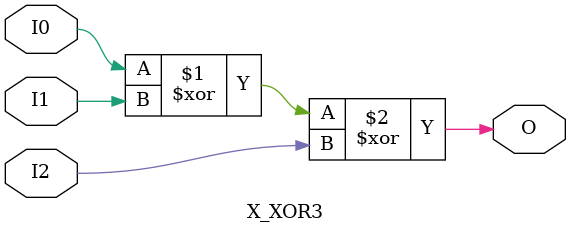
<source format=v>

`celldefine
`timescale 1 ps/1 ps

module X_XOR3 (O, I0, I1, I2);

  output O;
  input I0, I1, I2;
  parameter LOC = "UNPLACED";
  xor (O, I0, I1, I2);

endmodule

</source>
